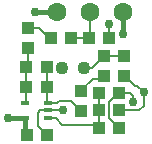
<source format=gtl>
G75*
%MOIN*%
%OFA0B0*%
%FSLAX24Y24*%
%IPPOS*%
%LPD*%
%AMOC8*
5,1,8,0,0,1.08239X$1,22.5*
%
%ADD10R,0.0303X0.0165*%
%ADD11R,0.0394X0.0394*%
%ADD12C,0.0436*%
%ADD13C,0.0630*%
%ADD14C,0.0079*%
%ADD15C,0.0302*%
%ADD16C,0.0157*%
D10*
X001478Y001418D03*
X001478Y001930D03*
X002226Y001930D03*
X002226Y001674D03*
X002226Y001418D03*
D11*
X002206Y000867D03*
X001537Y000867D03*
X001517Y002461D03*
X002187Y002461D03*
X002187Y003131D03*
X001576Y003741D03*
X001517Y003131D03*
X002344Y004076D03*
X003013Y004076D03*
X003604Y004076D03*
X004116Y003505D03*
X004273Y004076D03*
X004785Y003505D03*
X004785Y002835D03*
X004588Y002265D03*
X004588Y001674D03*
X004588Y001083D03*
X003919Y001083D03*
X003348Y001654D03*
X003919Y001674D03*
X003919Y002265D03*
X003348Y002324D03*
X004116Y002835D03*
X001576Y004410D03*
D12*
X002698Y003091D03*
X003446Y003091D03*
D13*
X003624Y004942D03*
X002521Y004942D03*
X004726Y004942D03*
D14*
X004254Y004548D02*
X004254Y004095D01*
X004273Y004076D01*
X004273Y004174D01*
X003624Y004095D02*
X003604Y004076D01*
X003013Y004076D01*
X003072Y004135D01*
X003624Y004095D02*
X003624Y004942D01*
X002344Y004076D02*
X002285Y004076D01*
X001950Y004410D01*
X001576Y004410D01*
X001576Y003741D02*
X001576Y003190D01*
X001517Y003131D01*
X001517Y002461D01*
X001517Y001969D01*
X001478Y001930D01*
X001891Y001595D02*
X001970Y001674D01*
X002226Y001674D01*
X002738Y001674D01*
X002541Y001930D02*
X002600Y001989D01*
X002994Y001989D01*
X003328Y001654D01*
X003348Y001654D01*
X003801Y001202D02*
X002718Y001202D01*
X002502Y001418D01*
X002226Y001418D01*
X002206Y001654D02*
X002226Y001674D01*
X002226Y001930D02*
X002187Y001969D01*
X002187Y002461D01*
X002187Y003131D01*
X002226Y001930D02*
X002541Y001930D01*
X001891Y001595D02*
X001891Y001162D01*
X002187Y000867D01*
X002206Y000867D01*
X003348Y002324D02*
X003348Y002343D01*
X003742Y002737D01*
X004017Y002737D01*
X004116Y002835D01*
X003702Y003091D02*
X004116Y003505D01*
X004785Y003505D01*
X004785Y002835D02*
X004805Y002835D01*
X004805Y002816D01*
X005120Y002501D01*
X005218Y002501D01*
X005435Y002284D01*
X005435Y001831D01*
X005277Y001674D01*
X004588Y001674D01*
X004254Y001418D02*
X004588Y001083D01*
X004254Y001418D02*
X004254Y001950D01*
X004569Y002265D01*
X004588Y002265D01*
X004962Y002265D01*
X005080Y002146D01*
X005080Y001950D01*
X003919Y001674D02*
X003919Y001083D01*
X003801Y001202D01*
X003919Y001674D02*
X003919Y002265D01*
X003702Y003091D02*
X003446Y003091D01*
D15*
X000907Y001418D03*
X002738Y001674D03*
X005080Y001950D03*
X005435Y002284D03*
X004726Y004233D03*
X004254Y004548D03*
X001793Y004942D03*
D16*
X002521Y004942D01*
X004726Y004942D02*
X004726Y004233D01*
X004726Y004942D02*
X004726Y004981D01*
X001478Y001418D02*
X001478Y000926D01*
X001537Y000867D01*
X001478Y001418D02*
X000907Y001418D01*
M02*

</source>
